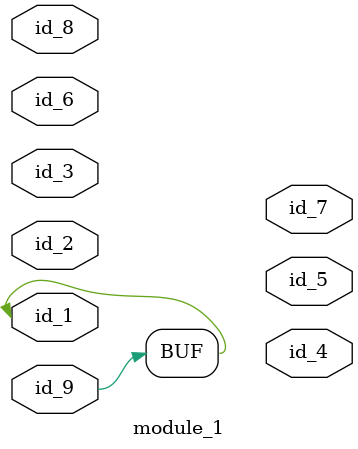
<source format=v>
module module_0;
  assign id_1[1==1] = id_1;
endmodule
module module_1 (
    id_1,
    id_2,
    id_3,
    id_4,
    id_5,
    id_6,
    id_7,
    id_8,
    id_9
);
  input wire id_9;
  inout wire id_8;
  output wire id_7;
  inout wire id_6;
  output wire id_5;
  output wire id_4;
  inout wire id_3;
  input wire id_2;
  inout wire id_1;
  wire id_10;
  module_0 modCall_1 ();
  wire id_11;
  wire id_12;
  assign id_1 = id_9;
endmodule

</source>
